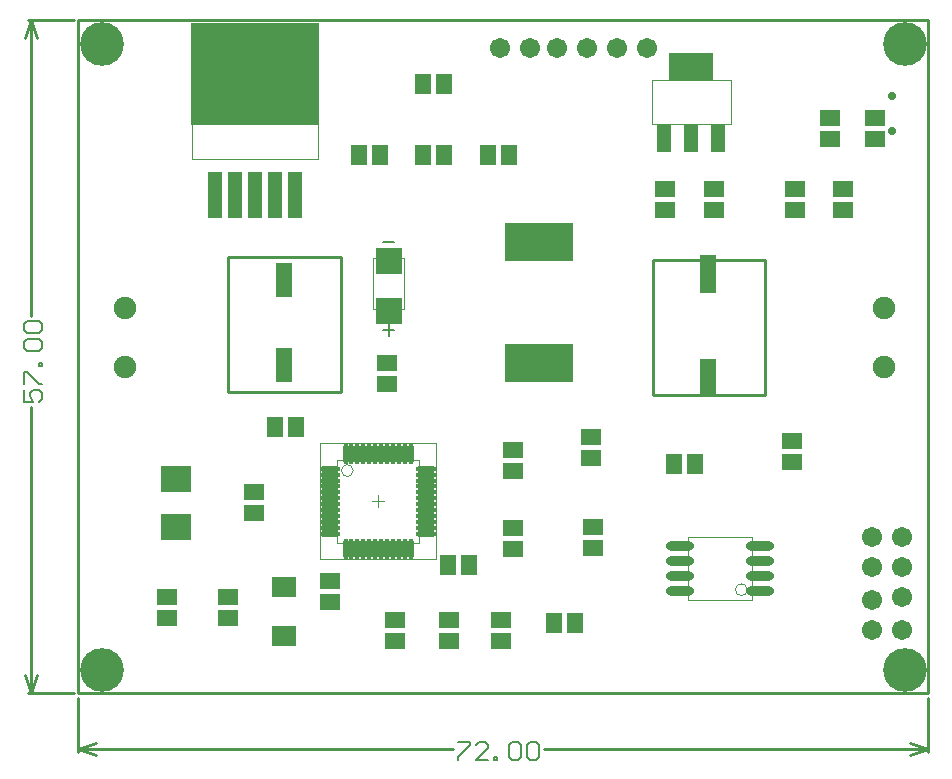
<source format=gts>
G04*
G04 #@! TF.GenerationSoftware,Altium Limited,Altium Designer,20.0.13 (296)*
G04*
G04 Layer_Color=8388736*
%FSLAX24Y24*%
%MOIN*%
G70*
G01*
G75*
%ADD17C,0.0100*%
%ADD19C,0.0039*%
%ADD20C,0.0060*%
%ADD21C,0.0020*%
%ADD22C,0.0080*%
%ADD38R,0.0659X0.0537*%
%ADD39R,0.0493X0.1576*%
%ADD40R,0.4273X0.3387*%
%ADD41R,0.1458X0.0946*%
%ADD42R,0.0474X0.0946*%
%ADD43R,0.0828X0.0663*%
%ADD44R,0.0537X0.0659*%
%ADD45R,0.1025X0.0867*%
%ADD46O,0.0690X0.0178*%
%ADD47O,0.0178X0.0690*%
%ADD48R,0.0552X0.1182*%
%ADD49R,0.0552X0.1261*%
%ADD50O,0.0946X0.0316*%
%ADD51R,0.2285X0.1300*%
%ADD52R,0.0867X0.0867*%
%ADD53C,0.0671*%
%ADD54C,0.0749*%
%ADD55C,0.1458*%
%ADD56C,0.0277*%
D17*
X0Y22441D02*
X28346D01*
X0Y0D02*
Y22441D01*
X28346D02*
X28346Y0D01*
X0D02*
X28346D01*
X5000Y10050D02*
X8750D01*
Y14550D01*
X5000Y10050D02*
Y14550D01*
X8750D01*
X19150Y14450D02*
X22900D01*
X19150Y11075D02*
Y13325D01*
X22900Y9950D02*
Y14450D01*
X19150Y9950D02*
X22900D01*
X19150Y13325D02*
Y14450D01*
Y9950D02*
Y11075D01*
X-1575Y22441D02*
X-1375Y21841D01*
X-1775D02*
X-1575Y22441D01*
X-1775Y600D02*
X-1575Y0D01*
X-1375Y600D01*
X-1575Y12570D02*
Y22441D01*
Y0D02*
Y9551D01*
X-1675Y22441D02*
X-150D01*
X-1675Y0D02*
X-150D01*
X0Y-1850D02*
X600Y-1650D01*
X0Y-1850D02*
X600Y-2050D01*
X27746D02*
X28346Y-1850D01*
X27746Y-1650D02*
X28346Y-1850D01*
X0D02*
X12504D01*
X15523D02*
X28346D01*
X0Y-1950D02*
Y-150D01*
X28346Y-1950D02*
Y-150D01*
D19*
X9173Y7424D02*
G03*
X9173Y7424I-197J0D01*
G01*
X22306Y3451D02*
G03*
X22306Y3451I-197J0D01*
G01*
X3804Y17815D02*
X7996D01*
X3804Y21615D02*
X7996D01*
X3804Y17815D02*
Y21615D01*
X7996Y17815D02*
Y21615D01*
X21759Y18972D02*
Y20428D01*
X19121Y18972D02*
Y20428D01*
X21759D01*
X19121Y18972D02*
X21759D01*
X8622Y5022D02*
Y7778D01*
X11378Y5022D02*
Y7778D01*
X8622D02*
X11378D01*
X8622Y5022D02*
X11378D01*
X20337Y5203D02*
X22463D01*
X20337Y3097D02*
X22463D01*
X20337D02*
Y5203D01*
X22463Y3097D02*
Y5203D01*
X10862Y12800D02*
Y14500D01*
X9838Y12800D02*
Y14500D01*
Y12800D02*
X10862D01*
X9838Y14500D02*
X10862D01*
X9803Y6400D02*
X10197D01*
X10000Y6203D02*
Y6597D01*
D20*
X-1815Y10111D02*
Y9711D01*
X-1515D01*
X-1615Y9911D01*
Y10011D01*
X-1515Y10111D01*
X-1315D01*
X-1215Y10011D01*
Y9811D01*
X-1315Y9711D01*
X-1815Y10311D02*
Y10711D01*
X-1715D01*
X-1315Y10311D01*
X-1215D01*
Y10911D02*
X-1315D01*
Y11010D01*
X-1215D01*
Y10911D01*
X-1715Y11410D02*
X-1815Y11510D01*
Y11710D01*
X-1715Y11810D01*
X-1315D01*
X-1215Y11710D01*
Y11510D01*
X-1315Y11410D01*
X-1715D01*
Y12010D02*
X-1815Y12110D01*
Y12310D01*
X-1715Y12410D01*
X-1315D01*
X-1215Y12310D01*
Y12110D01*
X-1315Y12010D01*
X-1715D01*
X12664Y-1610D02*
X13064D01*
Y-1710D01*
X12664Y-2110D01*
Y-2210D01*
X13663D02*
X13263D01*
X13663Y-1810D01*
Y-1710D01*
X13563Y-1610D01*
X13363D01*
X13263Y-1710D01*
X13863Y-2210D02*
Y-2110D01*
X13963D01*
Y-2210D01*
X13863D01*
X14363Y-1710D02*
X14463Y-1610D01*
X14663D01*
X14763Y-1710D01*
Y-2110D01*
X14663Y-2210D01*
X14463D01*
X14363Y-2110D01*
Y-1710D01*
X14963D02*
X15063Y-1610D01*
X15263D01*
X15363Y-1710D01*
Y-2110D01*
X15263Y-2210D01*
X15063D01*
X14963Y-2110D01*
Y-1710D01*
D21*
X8071Y4471D02*
Y8329D01*
X11929Y4471D02*
Y8329D01*
X8071D02*
X11929D01*
X8071Y4471D02*
X11929D01*
D22*
X10350Y11918D02*
Y12311D01*
X10153Y12115D02*
X10547D01*
X10153Y15028D02*
X10547D01*
D38*
X10550Y2450D02*
D03*
Y1749D02*
D03*
X8410Y3029D02*
D03*
Y3730D02*
D03*
X25070Y18489D02*
D03*
Y19190D02*
D03*
X26570Y18489D02*
D03*
Y19190D02*
D03*
X10300Y11000D02*
D03*
Y10299D02*
D03*
X14500Y7399D02*
D03*
Y8100D02*
D03*
X25500Y16801D02*
D03*
Y16100D02*
D03*
X23900Y16801D02*
D03*
Y16100D02*
D03*
X21200Y16801D02*
D03*
Y16100D02*
D03*
X19550Y16801D02*
D03*
Y16100D02*
D03*
X14100Y2450D02*
D03*
Y1749D02*
D03*
X14490Y5520D02*
D03*
Y4819D02*
D03*
X5850Y6000D02*
D03*
Y6700D02*
D03*
X12350Y1749D02*
D03*
Y2450D02*
D03*
X17150Y5550D02*
D03*
Y4850D02*
D03*
X17100Y7850D02*
D03*
Y8550D02*
D03*
X5000Y3200D02*
D03*
Y2500D02*
D03*
X2950Y3200D02*
D03*
Y2500D02*
D03*
X23800Y8401D02*
D03*
Y7700D02*
D03*
D39*
X4561Y16595D02*
D03*
X5231D02*
D03*
X5900D02*
D03*
X6569D02*
D03*
X7239D02*
D03*
D40*
X5900Y20650D02*
D03*
D41*
X20440Y20881D02*
D03*
D42*
X21346Y18519D02*
D03*
X20440D02*
D03*
X19534D02*
D03*
D43*
X6880Y3550D02*
D03*
Y1896D02*
D03*
D44*
X7275Y8860D02*
D03*
X6574D02*
D03*
X13040Y4270D02*
D03*
X12339D02*
D03*
X12201Y20300D02*
D03*
X11500D02*
D03*
X14350Y17950D02*
D03*
X13650D02*
D03*
X12200D02*
D03*
X11500D02*
D03*
X10050D02*
D03*
X9349D02*
D03*
X15850Y2350D02*
D03*
X16551D02*
D03*
X19849Y7650D02*
D03*
X20550D02*
D03*
D45*
X3272Y5550D02*
D03*
Y7125D02*
D03*
D46*
X8415Y7483D02*
D03*
Y7286D02*
D03*
Y7089D02*
D03*
Y6892D02*
D03*
Y6695D02*
D03*
Y6498D02*
D03*
Y6302D02*
D03*
Y6105D02*
D03*
Y5908D02*
D03*
Y5711D02*
D03*
Y5514D02*
D03*
Y5317D02*
D03*
X11585D02*
D03*
Y5514D02*
D03*
Y5711D02*
D03*
Y5908D02*
D03*
Y6105D02*
D03*
Y6302D02*
D03*
Y6498D02*
D03*
Y6695D02*
D03*
Y6892D02*
D03*
Y7089D02*
D03*
Y7286D02*
D03*
Y7483D02*
D03*
D47*
X8917Y4815D02*
D03*
X9114D02*
D03*
X9311D02*
D03*
X9508D02*
D03*
X9705D02*
D03*
X9902D02*
D03*
X10098D02*
D03*
X10295D02*
D03*
X10492D02*
D03*
X10689D02*
D03*
X10886D02*
D03*
X11083D02*
D03*
Y7985D02*
D03*
X10886D02*
D03*
X10689D02*
D03*
X10492D02*
D03*
X10295D02*
D03*
X10098D02*
D03*
X9902D02*
D03*
X9705D02*
D03*
X9508D02*
D03*
X9311D02*
D03*
X9114D02*
D03*
X8917D02*
D03*
D48*
X6850Y10933D02*
D03*
Y13767D02*
D03*
D49*
X21000Y10518D02*
D03*
Y13982D02*
D03*
D50*
X20061Y4900D02*
D03*
Y4400D02*
D03*
Y3900D02*
D03*
Y3400D02*
D03*
X22739Y4900D02*
D03*
Y4400D02*
D03*
Y3900D02*
D03*
Y3400D02*
D03*
D51*
X15354Y11024D02*
D03*
Y15039D02*
D03*
D52*
X10350Y12744D02*
D03*
Y14397D02*
D03*
D53*
X14050Y21500D02*
D03*
X15050D02*
D03*
X15971D02*
D03*
X16971D02*
D03*
X17971D02*
D03*
X18971D02*
D03*
X27450Y4200D02*
D03*
X26450Y5200D02*
D03*
X27450D02*
D03*
X26450Y4200D02*
D03*
Y3121D02*
D03*
X27450Y3200D02*
D03*
X26450Y2121D02*
D03*
X27450D02*
D03*
D54*
X1550Y12850D02*
D03*
Y10882D02*
D03*
X26850Y12850D02*
D03*
Y10882D02*
D03*
D55*
X787Y21654D02*
D03*
X27559D02*
D03*
Y787D02*
D03*
X787D02*
D03*
D56*
X27120Y19910D02*
D03*
Y18740D02*
D03*
X5263Y19407D02*
D03*
X5690D02*
D03*
X6117D02*
D03*
X4837D02*
D03*
X6970D02*
D03*
X7397D02*
D03*
X6543D02*
D03*
X5263Y19833D02*
D03*
X5690D02*
D03*
X6117D02*
D03*
X4837D02*
D03*
X6970D02*
D03*
X7397D02*
D03*
X6543D02*
D03*
X5263Y20260D02*
D03*
X5690D02*
D03*
X6117D02*
D03*
X4837D02*
D03*
X6970D02*
D03*
X7397D02*
D03*
X6543D02*
D03*
X5263Y20687D02*
D03*
X5690D02*
D03*
X6117D02*
D03*
X4837D02*
D03*
X6970D02*
D03*
X7397D02*
D03*
X6543D02*
D03*
X5263Y21113D02*
D03*
X5690D02*
D03*
X6117D02*
D03*
X4837D02*
D03*
X6970D02*
D03*
X7397D02*
D03*
X6543D02*
D03*
X5263Y21540D02*
D03*
X5690D02*
D03*
X6117D02*
D03*
X4837D02*
D03*
X6970D02*
D03*
X7397D02*
D03*
X6543D02*
D03*
Y21967D02*
D03*
X7397D02*
D03*
X6970D02*
D03*
X4837D02*
D03*
X6117D02*
D03*
X5690D02*
D03*
X5263D02*
D03*
X4410Y20260D02*
D03*
Y19833D02*
D03*
Y19407D02*
D03*
Y20687D02*
D03*
Y21113D02*
D03*
Y21540D02*
D03*
Y21967D02*
D03*
M02*

</source>
